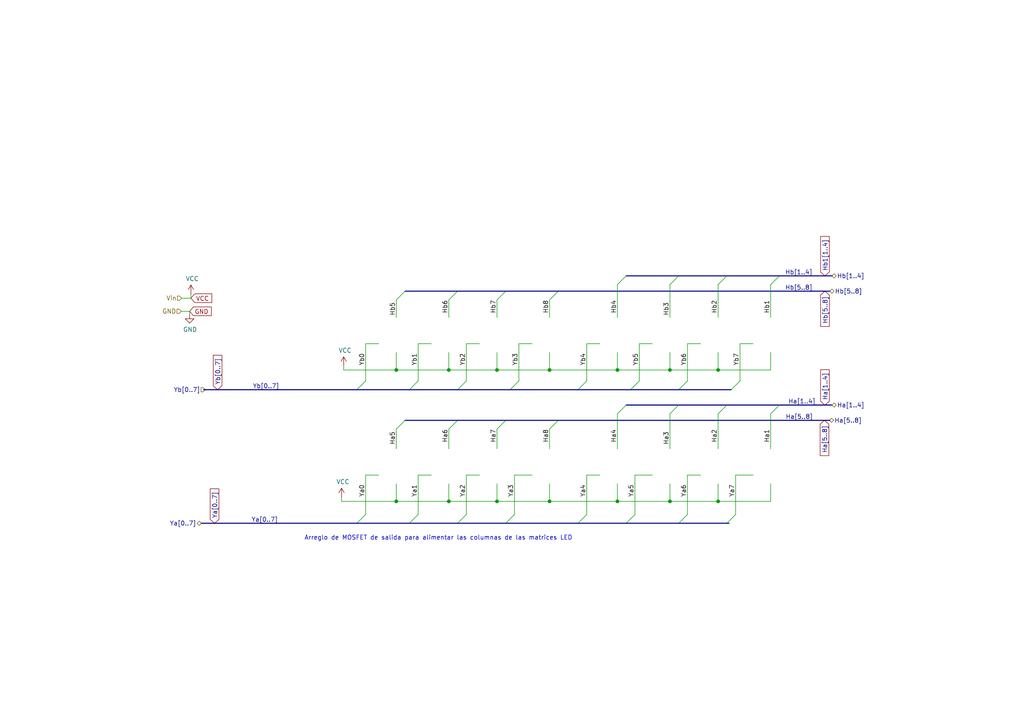
<source format=kicad_sch>
(kicad_sch (version 20211123) (generator eeschema)
  (paper "A4")
  (lib_symbols
    (symbol "power:GND" (power) (pin_names (offset 0))
      (property "Value" "GND" (at 0 -3.81 0))
      (symbol "GND_0_1"
        (polyline (pts (xy 0 0) (xy 0 -1.27) (xy 1.27 -1.27) (xy 0 -2.54) (xy -1.27 -1.27) (xy 0 -1.27)))
      )
      (symbol "GND_1_1"
        (pin power_in line (at 0 0 270) (length 0) hide (name "GND") (number "1"))
      )
    )
    (symbol "power:VCC" (power) (pin_names (offset 0))
      (property "Value" "VCC" (at 0 3.81 0))
      (symbol "VCC_0_1"
        (polyline (pts (xy -0.762 1.27) (xy 0 2.54)))
        (polyline (pts (xy 0 0) (xy 0 2.54)))
        (polyline (pts (xy 0 2.54) (xy 0.762 1.27)))
      )
      (symbol "VCC_1_1"
        (pin power_in line (at 0 0 90) (length 0) hide (name "VCC") (number "1"))
      )
    )
  )
  (junction (at 159.385 145.415))
  (junction (at 144.145 107.315))
  (junction (at 130.175 145.415))
  (junction (at 159.385 107.315))
  (junction (at 179.07 145.415))
  (junction (at 114.935 107.315))
  (junction (at 114.935 145.415))
  (junction (at 144.145 145.415))
  (junction (at 208.28 107.315))
  (junction (at 130.175 107.315))
  (junction (at 194.31 145.415))
  (junction (at 208.28 145.415))
  (junction (at 194.31 107.315))
  (junction (at 179.07 107.315))
  (bus_entry (at 103.505 113.03) (size 2.54 -2.54))
  (bus_entry (at 147.955 113.03) (size 2.54 -2.54))
  (bus_entry (at 167.64 113.03) (size 2.54 -2.54))
  (bus_entry (at 132.715 113.03) (size 2.54 -2.54))
  (bus_entry (at 132.715 151.765) (size 2.54 -2.54))
  (bus_entry (at 208.28 120.015) (size 2.54 -2.54))
  (bus_entry (at 194.31 120.015) (size 2.54 -2.54))
  (bus_entry (at 130.175 86.995) (size 2.54 -2.54))
  (bus_entry (at 159.385 86.995) (size 2.54 -2.54))
  (bus_entry (at 181.61 151.765) (size 2.54 -2.54))
  (bus_entry (at 196.85 113.03) (size 2.54 -2.54))
  (bus_entry (at 144.145 124.46) (size 2.54 -2.54))
  (bus_entry (at 179.07 82.55) (size 2.54 -2.54))
  (bus_entry (at 130.175 124.46) (size 2.54 -2.54))
  (bus_entry (at 223.52 82.55) (size 2.54 -2.54))
  (bus_entry (at 179.07 120.015) (size 2.54 -2.54))
  (bus_entry (at 118.745 113.03) (size 2.54 -2.54))
  (bus_entry (at 223.52 120.015) (size 2.54 -2.54))
  (bus_entry (at 210.82 151.765) (size 2.54 -2.54))
  (bus_entry (at 194.31 82.55) (size 2.54 -2.54))
  (bus_entry (at 212.09 113.03) (size 2.54 -2.54))
  (bus_entry (at 208.28 82.55) (size 2.54 -2.54))
  (bus_entry (at 146.685 151.765) (size 2.54 -2.54))
  (bus_entry (at 196.85 151.765) (size 2.54 -2.54))
  (bus_entry (at 182.88 113.03) (size 2.54 -2.54))
  (bus_entry (at 114.935 124.46) (size 2.54 -2.54))
  (bus_entry (at 114.935 86.995) (size 2.54 -2.54))
  (bus_entry (at 167.64 151.765) (size 2.54 -2.54))
  (bus_entry (at 103.505 151.765) (size 2.54 -2.54))
  (bus_entry (at 118.745 151.765) (size 2.54 -2.54))
  (bus_entry (at 144.145 86.995) (size 2.54 -2.54))
  (bus_entry (at 159.385 124.46) (size 2.54 -2.54))
  (wire (pts (xy 203.2 137.795) (xy 199.39 137.795)))
  (wire (pts (xy 218.44 99.695) (xy 214.63 99.695)))
  (wire (pts (xy 170.18 99.695) (xy 170.18 110.49)))
  (wire (pts (xy 125.095 99.695) (xy 121.285 99.695)))
  (bus (pts (xy 103.505 151.765) (xy 118.745 151.765)))
  (wire (pts (xy 179.07 107.315) (xy 194.31 107.315)))
  (wire (pts (xy 121.285 137.795) (xy 121.285 149.225)))
  (wire (pts (xy 135.255 137.795) (xy 135.255 149.225)))
  (bus (pts (xy 181.61 117.475) (xy 196.85 117.475)))
  (wire (pts (xy 54.991 90.297) (xy 54.991 91.186)))
  (wire (pts (xy 159.385 140.335) (xy 159.385 145.415)))
  (wire (pts (xy 194.31 140.335) (xy 194.31 145.415)))
  (wire (pts (xy 189.23 99.695) (xy 185.42 99.695)))
  (bus (pts (xy 196.85 151.765) (xy 210.82 151.765)))
  (bus (pts (xy 226.06 80.01) (xy 241.3 80.01)))
  (wire (pts (xy 208.28 92.075) (xy 208.28 82.55)))
  (wire (pts (xy 194.31 120.015) (xy 194.31 130.175)))
  (bus (pts (xy 210.82 117.475) (xy 226.06 117.475)))
  (wire (pts (xy 159.385 145.415) (xy 179.07 145.415)))
  (wire (pts (xy 159.385 102.235) (xy 159.385 107.315)))
  (wire (pts (xy 213.36 137.795) (xy 213.36 149.225)))
  (wire (pts (xy 218.44 137.795) (xy 213.36 137.795)))
  (wire (pts (xy 223.52 102.235) (xy 223.52 107.315)))
  (wire (pts (xy 130.175 140.335) (xy 130.175 145.415)))
  (wire (pts (xy 130.175 124.46) (xy 130.175 130.175)))
  (bus (pts (xy 58.42 151.765) (xy 103.505 151.765)))
  (wire (pts (xy 159.385 86.995) (xy 159.385 92.075)))
  (bus (pts (xy 146.685 121.92) (xy 161.925 121.92)))
  (bus (pts (xy 196.85 113.03) (xy 212.09 113.03)))
  (wire (pts (xy 184.15 137.795) (xy 184.15 149.225)))
  (wire (pts (xy 194.31 107.315) (xy 208.28 107.315)))
  (wire (pts (xy 144.145 140.335) (xy 144.145 145.415)))
  (wire (pts (xy 144.145 107.315) (xy 159.385 107.315)))
  (wire (pts (xy 149.225 137.795) (xy 149.225 149.225)))
  (wire (pts (xy 114.935 124.46) (xy 114.935 130.175)))
  (bus (pts (xy 210.82 80.01) (xy 226.06 80.01)))
  (wire (pts (xy 179.07 145.415) (xy 194.31 145.415)))
  (wire (pts (xy 135.255 99.695) (xy 135.255 110.49)))
  (bus (pts (xy 118.745 151.765) (xy 132.715 151.765)))
  (wire (pts (xy 109.855 137.795) (xy 106.045 137.795)))
  (wire (pts (xy 194.31 92.075) (xy 194.31 82.55)))
  (wire (pts (xy 99.06 145.415) (xy 114.935 145.415)))
  (bus (pts (xy 147.955 113.03) (xy 167.64 113.03)))
  (wire (pts (xy 189.23 137.795) (xy 184.15 137.795)))
  (wire (pts (xy 208.28 102.235) (xy 208.28 107.315)))
  (wire (pts (xy 179.07 102.235) (xy 179.07 107.315)))
  (wire (pts (xy 52.578 90.297) (xy 54.991 90.297)))
  (wire (pts (xy 130.175 86.995) (xy 130.175 92.075)))
  (wire (pts (xy 106.045 99.695) (xy 106.045 110.49)))
  (wire (pts (xy 114.935 140.335) (xy 114.935 145.415)))
  (wire (pts (xy 99.695 107.315) (xy 114.935 107.315)))
  (wire (pts (xy 114.935 107.315) (xy 130.175 107.315)))
  (wire (pts (xy 125.095 137.795) (xy 121.285 137.795)))
  (bus (pts (xy 118.745 113.03) (xy 132.715 113.03)))
  (wire (pts (xy 179.07 140.335) (xy 179.07 145.415)))
  (bus (pts (xy 132.715 84.455) (xy 146.685 84.455)))
  (wire (pts (xy 114.935 102.235) (xy 114.935 107.315)))
  (wire (pts (xy 208.28 120.015) (xy 208.28 130.175)))
  (wire (pts (xy 144.145 86.995) (xy 144.145 92.075)))
  (wire (pts (xy 99.06 144.145) (xy 99.06 145.415)))
  (wire (pts (xy 199.39 137.795) (xy 199.39 149.225)))
  (wire (pts (xy 139.065 99.695) (xy 135.255 99.695)))
  (wire (pts (xy 203.2 99.695) (xy 199.39 99.695)))
  (bus (pts (xy 161.925 84.455) (xy 240.665 84.455)))
  (wire (pts (xy 208.28 107.315) (xy 223.52 107.315)))
  (bus (pts (xy 182.88 113.03) (xy 196.85 113.03)))
  (bus (pts (xy 167.64 151.765) (xy 181.61 151.765)))
  (wire (pts (xy 121.285 99.695) (xy 121.285 110.49)))
  (wire (pts (xy 52.705 86.487) (xy 55.372 86.487)))
  (bus (pts (xy 132.715 151.765) (xy 146.685 151.765)))
  (wire (pts (xy 144.145 102.235) (xy 144.145 107.315)))
  (bus (pts (xy 181.61 151.765) (xy 196.85 151.765)))
  (wire (pts (xy 179.07 92.075) (xy 179.07 82.55)))
  (wire (pts (xy 173.99 99.695) (xy 170.18 99.695)))
  (wire (pts (xy 223.52 92.075) (xy 223.52 82.55)))
  (bus (pts (xy 196.85 117.475) (xy 210.82 117.475)))
  (bus (pts (xy 181.61 80.01) (xy 196.85 80.01)))
  (wire (pts (xy 114.935 145.415) (xy 130.175 145.415)))
  (wire (pts (xy 106.045 137.795) (xy 106.045 149.225)))
  (bus (pts (xy 117.475 121.92) (xy 132.715 121.92)))
  (wire (pts (xy 159.385 124.46) (xy 159.385 130.175)))
  (wire (pts (xy 130.175 107.315) (xy 144.145 107.315)))
  (wire (pts (xy 223.52 120.015) (xy 223.52 130.175)))
  (wire (pts (xy 139.065 137.795) (xy 135.255 137.795)))
  (wire (pts (xy 199.39 99.695) (xy 199.39 110.49)))
  (wire (pts (xy 179.07 120.015) (xy 179.07 130.175)))
  (wire (pts (xy 173.99 137.795) (xy 170.18 137.795)))
  (bus (pts (xy 103.505 113.03) (xy 118.745 113.03)))
  (wire (pts (xy 223.52 140.335) (xy 223.52 145.415)))
  (bus (pts (xy 132.715 113.03) (xy 147.955 113.03)))
  (wire (pts (xy 194.31 102.235) (xy 194.31 107.315)))
  (wire (pts (xy 114.935 86.995) (xy 114.935 92.075)))
  (wire (pts (xy 144.145 145.415) (xy 159.385 145.415)))
  (wire (pts (xy 170.18 137.795) (xy 170.18 149.225)))
  (wire (pts (xy 185.42 99.695) (xy 185.42 110.49)))
  (wire (pts (xy 208.28 140.335) (xy 208.28 145.415)))
  (wire (pts (xy 130.175 102.235) (xy 130.175 107.315)))
  (bus (pts (xy 196.85 80.01) (xy 210.82 80.01)))
  (bus (pts (xy 132.715 121.92) (xy 146.685 121.92)))
  (bus (pts (xy 146.685 84.455) (xy 161.925 84.455)))
  (bus (pts (xy 59.055 113.03) (xy 103.505 113.03)))
  (wire (pts (xy 144.145 124.46) (xy 144.145 130.175)))
  (wire (pts (xy 208.28 145.415) (xy 223.52 145.415)))
  (wire (pts (xy 150.495 99.695) (xy 150.495 110.49)))
  (wire (pts (xy 150.495 99.695) (xy 154.305 99.695)))
  (wire (pts (xy 99.695 106.045) (xy 99.695 107.315)))
  (wire (pts (xy 109.855 99.695) (xy 106.045 99.695)))
  (wire (pts (xy 55.372 86.487) (xy 55.372 85.217)))
  (wire (pts (xy 194.31 145.415) (xy 208.28 145.415)))
  (wire (pts (xy 154.305 137.795) (xy 149.225 137.795)))
  (bus (pts (xy 226.06 117.475) (xy 241.3 117.475)))
  (wire (pts (xy 130.175 145.415) (xy 144.145 145.415)))
  (bus (pts (xy 117.475 84.455) (xy 132.715 84.455)))
  (bus (pts (xy 210.82 151.765) (xy 211.455 151.765)))
  (bus (pts (xy 146.685 151.765) (xy 167.64 151.765)))
  (bus (pts (xy 161.925 121.92) (xy 240.665 121.92)))
  (wire (pts (xy 159.385 107.315) (xy 179.07 107.315)))
  (bus (pts (xy 167.64 113.03) (xy 182.88 113.03)))
  (wire (pts (xy 214.63 99.695) (xy 214.63 110.49)))
  (text "Arreglo de MOSFET de salida para alimentar las columnas de las matrices LED\n" (at 88.265 156.845 0) (effects (font (size 1.27 1.27)) (justify left bottom)))
  (label "Yb5" (at 185.42 106.045 90))
  (label "Yb3" (at 150.495 106.045 90))
  (label "Yb1" (at 121.285 106.045 90))
  (label "Ya[0..7]" (at 72.898 151.765 0))
  (label "Ya7" (at 213.36 144.145 90))
  (label "Ya4" (at 170.18 144.145 90))
  (label "Ya2" (at 135.255 144.145 90))
  (label "Hb1" (at 223.52 86.995 270))
  (label "Hb7" (at 144.145 86.995 270))
  (label "Ha6" (at 130.175 124.46 270))
  (label "Hb[1..4]" (at 227.711 80.01 0))
  (label "Hb6" (at 130.175 86.995 270))
  (label "Ha[1..4]" (at 228.6 117.475 0))
  (label "Yb4" (at 170.18 106.045 90))
  (label "Yb0" (at 106.045 106.045 90))
  (label "Ha1" (at 223.52 124.46 270))
  (label "Yb7" (at 214.63 106.045 90))
  (label "Yb6" (at 199.39 106.045 90))
  (label "Hb[5..8]" (at 227.711 84.455 0))
  (label "Ya0" (at 106.045 144.145 90))
  (label "Hb2" (at 208.28 86.995 270))
  (label "Yb2" (at 135.255 106.045 90))
  (label "Hb4" (at 179.07 86.995 270))
  (label "Yb[0..7]" (at 73.279 113.03 0))
  (label "Ha4" (at 179.07 124.46 270))
  (label "Ya6" (at 199.39 144.145 90))
  (label "Ya5" (at 184.15 144.145 90))
  (label "Ya1" (at 121.285 144.145 90))
  (label "Ha[5..8]" (at 227.838 121.92 0))
  (label "Hb5" (at 114.935 87.63 270))
  (label "Ha5" (at 114.935 125.095 270))
  (label "Ha3" (at 194.31 125.095 270))
  (label "Hb8" (at 159.385 86.995 270))
  (label "Ha7" (at 144.145 124.46 270))
  (label "Ha8" (at 159.385 124.46 270))
  (label "Ha2" (at 208.28 124.46 270))
  (label "Ya3" (at 149.225 144.145 90))
  (label "Hb3" (at 194.31 87.63 270))
  (global_label "Hb1[1..4]" (shape input) (at 239.268 80.01 90) (property "Intersheet References" "${INTERSHEET_REFS}" (effects hide)))
  (global_label "GND" (shape input) (at 54.991 90.297 0) (property "Intersheet References" "${INTERSHEET_REFS}" (effects hide)))
  (global_label "VCC" (shape input) (at 55.372 86.487 0) (property "Intersheet References" "${INTERSHEET_REFS}" (effects hide)))
  (global_label "Ha[5..8]" (shape input) (at 239.141 121.92 270) (property "Intersheet References" "${INTERSHEET_REFS}" (effects hide)))
  (global_label "Ya[0..7]" (shape input) (at 62.23 151.765 90) (property "Intersheet References" "${INTERSHEET_REFS}" (effects hide)))
  (global_label "Hb[5..8]" (shape input) (at 239.268 84.455 270) (property "Intersheet References" "${INTERSHEET_REFS}" (effects hide)))
  (global_label "Yb[0..7]" (shape input) (at 63.119 113.03 90) (property "Intersheet References" "${INTERSHEET_REFS}" (effects hide)))
  (global_label "Ha[1..4]" (shape input) (at 239.268 117.475 90) (property "Intersheet References" "${INTERSHEET_REFS}" (effects hide)))
  (hierarchical_label "GND" (shape input) (at 52.578 90.297 180))
  (hierarchical_label "Yb[0..7]" (shape input) (at 59.563 113.03 180))
  (hierarchical_label "Ha[1..4]" (shape bidirectional) (at 241.3 117.475 0))
  (hierarchical_label "Hb[1..4]" (shape bidirectional) (at 241.3 80.01 0))
  (hierarchical_label "Vin" (shape input) (at 52.705 86.487 180))
  (hierarchical_label "Ha[5..8]" (shape bidirectional) (at 240.538 121.92 0))
  (hierarchical_label "Ya[0..7]" (shape bidirectional) (at 58.42 151.765 180))
  (hierarchical_label "Hb[5..8]" (shape bidirectional) (at 240.665 84.455 0))
  (symbol (lib_id "driverDisplayLED-rescue:FDS4953-FDS4953") (at 176.53 97.155 0) (mirror x)
    (property "Reference" "Q5" (at 171.45 97.155 0) (effects (justify left)))
    (property "Value" "FDS4953" (at 173.99 86.995 90) (effects (justify left)))
    (property "Footprint" "FDS4953:SOIC127P600X175-8N" (effects hide))
    (property "Datasheet" "3.9" (effects hide))
    (property "Field5" "3.8" (effects hide))
    (property "Field6" "0.42" (effects hide))
    (property "Field8" "1.75mm" (effects hide))
    (property "Field9" "1.27" (effects hide))
    (property "Field10" "0.0" (effects hide))
    (property "Field11" "1.75" (effects hide))
    (property "Field12" "6.2" (effects hide))
    (property "Field16" "0.0" (effects hide))
    (property "Field17" "0.51" (effects hide))
    (property "Field18" "1.75" (effects hide))
    (property "Field23" "1.27" (effects hide))
    (property "Field24" "0.33" (effects hide))
    (property "Field26" "4.8" (effects hide))
    (property "Field27" "0.835" (effects hide))
    (property "Field29" "0.4" (effects hide))
    (property "Field31" "4.9" (effects hide))
    (property "Field32" "0.1" (effects hide))
    (property "Field33" "IPC 7351B" (effects hide))
    (property "Field34" "ON Semiconductor" (effects hide))
    (property "Field35" "8.0" (effects hide))
    (property "Field36" "5.0" (effects hide))
    (property "Field40" "4.0" (effects hide))
    (property "Field41" "1.75" (effects hide))
    (property "Field42" "6.0" (effects hide))
    (property "Field43" "5.8" (effects hide))
    (property "CodigoCatalogo" "FDS4953TR-ND - Tape & Reel (TR)" (effects hide))
  )
  (symbol (lib_id "driverDisplayLED-rescue:FDS4953-FDS4953") (at 191.77 97.155 0) (mirror x)
    (property "Reference" "Q5" (at 186.69 97.155 0) (effects (justify left)))
    (property "Value" "FDS4953" (at 189.23 86.995 90) (effects (justify left)))
    (property "Footprint" "FDS4953:SOIC127P600X175-8N" (effects hide))
    (property "Datasheet" "3.9" (effects hide))
    (property "Field5" "3.8" (effects hide))
    (property "Field6" "0.42" (effects hide))
    (property "Field8" "1.75mm" (effects hide))
    (property "Field9" "1.27" (effects hide))
    (property "Field10" "0.0" (effects hide))
    (property "Field11" "1.75" (effects hide))
    (property "Field12" "6.2" (effects hide))
    (property "Field16" "0.0" (effects hide))
    (property "Field17" "0.51" (effects hide))
    (property "Field18" "1.75" (effects hide))
    (property "Field23" "1.27" (effects hide))
    (property "Field24" "0.33" (effects hide))
    (property "Field26" "4.8" (effects hide))
    (property "Field27" "0.835" (effects hide))
    (property "Field29" "0.4" (effects hide))
    (property "Field31" "4.9" (effects hide))
    (property "Field32" "0.1" (effects hide))
    (property "Field33" "IPC 7351B" (effects hide))
    (property "Field34" "ON Semiconductor" (effects hide))
    (property "Field35" "8.0" (effects hide))
    (property "Field36" "5.0" (effects hide))
    (property "Field40" "4.0" (effects hide))
    (property "Field41" "1.75" (effects hide))
    (property "Field42" "6.0" (effects hide))
    (property "Field43" "5.8" (effects hide))
    (property "CodigoCatalogo" "FDS4953TR-ND - Tape & Reel (TR)" (effects hide))
  )
  (symbol (lib_id "driverDisplayLED-rescue:FDS4953-FDS4953") (at 205.74 97.155 0) (mirror x)
    (property "Reference" "Q7" (at 200.66 97.155 0) (effects (justify left)))
    (property "Value" "FDS4953" (at 203.2 86.995 90) (effects (justify left)))
    (property "Footprint" "FDS4953:SOIC127P600X175-8N" (effects hide))
    (property "Datasheet" "3.9" (effects hide))
    (property "Field5" "3.8" (effects hide))
    (property "Field6" "0.42" (effects hide))
    (property "Field8" "1.75mm" (effects hide))
    (property "Field9" "1.27" (effects hide))
    (property "Field10" "0.0" (effects hide))
    (property "Field11" "1.75" (effects hide))
    (property "Field12" "6.2" (effects hide))
    (property "Field16" "0.0" (effects hide))
    (property "Field17" "0.51" (effects hide))
    (property "Field18" "1.75" (effects hide))
    (property "Field23" "1.27" (effects hide))
    (property "Field24" "0.33" (effects hide))
    (property "Field26" "4.8" (effects hide))
    (property "Field27" "0.835" (effects hide))
    (property "Field29" "0.4" (effects hide))
    (property "Field31" "4.9" (effects hide))
    (property "Field32" "0.1" (effects hide))
    (property "Field33" "IPC 7351B" (effects hide))
    (property "Field34" "ON Semiconductor" (effects hide))
    (property "Field35" "8.0" (effects hide))
    (property "Field36" "5.0" (effects hide))
    (property "Field40" "4.0" (effects hide))
    (property "Field41" "1.75" (effects hide))
    (property "Field42" "6.0" (effects hide))
    (property "Field43" "5.8" (effects hide))
    (property "CodigoCatalogo" "FDS4953TR-ND - Tape & Reel (TR)" (effects hide))
  )
  (symbol (lib_id "driverDisplayLED-rescue:FDS4953-FDS4953") (at 220.98 97.155 0) (mirror x)
    (property "Reference" "Q7" (at 215.9 97.155 0) (effects (justify left)))
    (property "Value" "FDS4953" (at 218.44 86.995 90) (effects (justify left)))
    (property "Footprint" "FDS4953:SOIC127P600X175-8N" (effects hide))
    (property "Datasheet" "3.9" (effects hide))
    (property "Field5" "3.8" (effects hide))
    (property "Field6" "0.42" (effects hide))
    (property "Field8" "1.75mm" (effects hide))
    (property "Field9" "1.27" (effects hide))
    (property "Field10" "0.0" (effects hide))
    (property "Field11" "1.75" (effects hide))
    (property "Field12" "6.2" (effects hide))
    (property "Field16" "0.0" (effects hide))
    (property "Field17" "0.51" (effects hide))
    (property "Field18" "1.75" (effects hide))
    (property "Field23" "1.27" (effects hide))
    (property "Field24" "0.33" (effects hide))
    (property "Field26" "4.8" (effects hide))
    (property "Field27" "0.835" (effects hide))
    (property "Field29" "0.4" (effects hide))
    (property "Field31" "4.9" (effects hide))
    (property "Field32" "0.1" (effects hide))
    (property "Field33" "IPC 7351B" (effects hide))
    (property "Field34" "ON Semiconductor" (effects hide))
    (property "Field35" "8.0" (effects hide))
    (property "Field36" "5.0" (effects hide))
    (property "Field40" "4.0" (effects hide))
    (property "Field41" "1.75" (effects hide))
    (property "Field42" "6.0" (effects hide))
    (property "Field43" "5.8" (effects hide))
    (property "CodigoCatalogo" "FDS4953TR-ND - Tape & Reel (TR)" (effects hide))
  )
  (symbol (lib_id "driverDisplayLED-rescue:FDS4953-FDS4953") (at 141.605 97.155 0) (mirror x)
    (property "Reference" "Q3" (at 136.525 97.155 0) (effects (justify left)))
    (property "Value" "FDS4953" (at 139.065 86.995 90) (effects (justify left)))
    (property "Footprint" "FDS4953:SOIC127P600X175-8N" (effects hide))
    (property "Datasheet" "3.9" (effects hide))
    (property "Field5" "3.8" (effects hide))
    (property "Field6" "0.42" (effects hide))
    (property "Field8" "1.75mm" (effects hide))
    (property "Field9" "1.27" (effects hide))
    (property "Field10" "0.0" (effects hide))
    (property "Field11" "1.75" (effects hide))
    (property "Field12" "6.2" (effects hide))
    (property "Field16" "0.0" (effects hide))
    (property "Field17" "0.51" (effects hide))
    (property "Field18" "1.75" (effects hide))
    (property "Field23" "1.27" (effects hide))
    (property "Field24" "0.33" (effects hide))
    (property "Field26" "4.8" (effects hide))
    (property "Field27" "0.835" (effects hide))
    (property "Field29" "0.4" (effects hide))
    (property "Field31" "4.9" (effects hide))
    (property "Field32" "0.1" (effects hide))
    (property "Field33" "IPC 7351B" (effects hide))
    (property "Field34" "ON Semiconductor" (effects hide))
    (property "Field35" "8.0" (effects hide))
    (property "Field36" "5.0" (effects hide))
    (property "Field40" "4.0" (effects hide))
    (property "Field41" "1.75" (effects hide))
    (property "Field42" "6.0" (effects hide))
    (property "Field43" "5.8" (effects hide))
    (property "CodigoCatalogo" "FDS4953TR-ND - Tape & Reel (TR)" (effects hide))
  )
  (symbol (lib_id "driverDisplayLED-rescue:FDS4953-FDS4953") (at 156.845 97.155 0) (mirror x)
    (property "Reference" "Q3" (at 151.765 97.155 0) (effects (justify left)))
    (property "Value" "FDS4953" (at 154.305 86.995 90) (effects (justify left)))
    (property "Footprint" "FDS4953:SOIC127P600X175-8N" (effects hide))
    (property "Datasheet" "3.9" (effects hide))
    (property "Field5" "3.8" (effects hide))
    (property "Field6" "0.42" (effects hide))
    (property "Field8" "1.75mm" (effects hide))
    (property "Field9" "1.27" (effects hide))
    (property "Field10" "0.0" (effects hide))
    (property "Field11" "1.75" (effects hide))
    (property "Field12" "6.2" (effects hide))
    (property "Field16" "0.0" (effects hide))
    (property "Field17" "0.51" (effects hide))
    (property "Field18" "1.75" (effects hide))
    (property "Field23" "1.27" (effects hide))
    (property "Field24" "0.33" (effects hide))
    (property "Field26" "4.8" (effects hide))
    (property "Field27" "0.835" (effects hide))
    (property "Field29" "0.4" (effects hide))
    (property "Field31" "4.9" (effects hide))
    (property "Field32" "0.1" (effects hide))
    (property "Field33" "IPC 7351B" (effects hide))
    (property "Field34" "ON Semiconductor" (effects hide))
    (property "Field35" "8.0" (effects hide))
    (property "Field36" "5.0" (effects hide))
    (property "Field40" "4.0" (effects hide))
    (property "Field41" "1.75" (effects hide))
    (property "Field42" "6.0" (effects hide))
    (property "Field43" "5.8" (effects hide))
    (property "CodigoCatalogo" "FDS4953TR-ND - Tape & Reel (TR)" (effects hide))
  )
  (symbol (lib_id "driverDisplayLED-rescue:FDS4953-FDS4953") (at 127.635 97.155 0) (mirror x)
    (property "Reference" "Q1" (at 122.555 97.155 0) (effects (justify left)))
    (property "Value" "FDS4953" (at 125.095 86.995 90) (effects (justify left)))
    (property "Footprint" "FDS4953:SOIC127P600X175-8N" (effects hide))
    (property "Datasheet" "3.9" (effects hide))
    (property "Field5" "3.8" (effects hide))
    (property "Field6" "0.42" (effects hide))
    (property "Field8" "1.75mm" (effects hide))
    (property "Field9" "1.27" (effects hide))
    (property "Field10" "0.0" (effects hide))
    (property "Field11" "1.75" (effects hide))
    (property "Field12" "6.2" (effects hide))
    (property "Field16" "0.0" (effects hide))
    (property "Field17" "0.51" (effects hide))
    (property "Field18" "1.75" (effects hide))
    (property "Field23" "1.27" (effects hide))
    (property "Field24" "0.33" (effects hide))
    (property "Field26" "4.8" (effects hide))
    (property "Field27" "0.835" (effects hide))
    (property "Field29" "0.4" (effects hide))
    (property "Field31" "4.9" (effects hide))
    (property "Field32" "0.1" (effects hide))
    (property "Field33" "IPC 7351B" (effects hide))
    (property "Field34" "ON Semiconductor" (effects hide))
    (property "Field35" "8.0" (effects hide))
    (property "Field36" "5.0" (effects hide))
    (property "Field40" "4.0" (effects hide))
    (property "Field41" "1.75" (effects hide))
    (property "Field42" "6.0" (effects hide))
    (property "Field43" "5.8" (effects hide))
    (property "CodigoCatalogo" "FDS4953TR-ND - Tape & Reel (TR)" (effects hide))
  )
  (symbol (lib_id "driverDisplayLED-rescue:FDS4953-FDS4953") (at 112.395 97.155 0) (mirror x)
    (property "Reference" "Q1" (at 107.315 97.155 0) (effects (justify left)))
    (property "Value" "FDS4953" (at 109.855 86.995 90) (effects (justify left)))
    (property "Footprint" "FDS4953:SOIC127P600X175-8N" (effects hide))
    (property "Datasheet" "3.9" (effects hide))
    (property "Field5" "3.8" (effects hide))
    (property "Field6" "0.42" (effects hide))
    (property "Field8" "1.75mm" (effects hide))
    (property "Field9" "1.27" (effects hide))
    (property "Field10" "0.0" (effects hide))
    (property "Field11" "1.75" (effects hide))
    (property "Field12" "6.2" (effects hide))
    (property "Field16" "0.0" (effects hide))
    (property "Field17" "0.51" (effects hide))
    (property "Field18" "1.75" (effects hide))
    (property "Field23" "1.27" (effects hide))
    (property "Field24" "0.33" (effects hide))
    (property "Field26" "4.8" (effects hide))
    (property "Field27" "0.835" (effects hide))
    (property "Field29" "0.4" (effects hide))
    (property "Field31" "4.9" (effects hide))
    (property "Field32" "0.1" (effects hide))
    (property "Field33" "IPC 7351B" (effects hide))
    (property "Field34" "ON Semiconductor" (effects hide))
    (property "Field35" "8.0" (effects hide))
    (property "Field36" "5.0" (effects hide))
    (property "Field40" "4.0" (effects hide))
    (property "Field41" "1.75" (effects hide))
    (property "Field42" "6.0" (effects hide))
    (property "Field43" "5.8" (effects hide))
    (property "CodigoCatalogo" "FDS4953TR-ND - Tape & Reel (TR)" (effects hide))
  )
  (symbol (lib_id "power:VCC") (at 99.695 106.045 0)
    (property "Reference" "#PWR02" (effects hide))
    (property "Value" "VCC" (at 100.076 101.6508 0))
  )
  (symbol (lib_id "driverDisplayLED-rescue:FDS4953-FDS4953") (at 176.53 135.255 0) (mirror x)
    (property "Reference" "Q6" (at 171.45 135.255 0) (effects (justify left)))
    (property "Value" "FDS4953" (at 173.99 125.095 90) (effects (justify left)))
    (property "Footprint" "FDS4953:SOIC127P600X175-8N" (effects hide))
    (property "Datasheet" "3.9" (effects hide))
    (property "Field5" "3.8" (effects hide))
    (property "Field6" "0.42" (effects hide))
    (property "Field8" "1.75mm" (effects hide))
    (property "Field9" "1.27" (effects hide))
    (property "Field10" "0.0" (effects hide))
    (property "Field11" "1.75" (effects hide))
    (property "Field12" "6.2" (effects hide))
    (property "Field16" "0.0" (effects hide))
    (property "Field17" "0.51" (effects hide))
    (property "Field18" "1.75" (effects hide))
    (property "Field23" "1.27" (effects hide))
    (property "Field24" "0.33" (effects hide))
    (property "Field26" "4.8" (effects hide))
    (property "Field27" "0.835" (effects hide))
    (property "Field29" "0.4" (effects hide))
    (property "Field31" "4.9" (effects hide))
    (property "Field32" "0.1" (effects hide))
    (property "Field33" "IPC 7351B" (effects hide))
    (property "Field34" "ON Semiconductor" (effects hide))
    (property "Field35" "8.0" (effects hide))
    (property "Field36" "5.0" (effects hide))
    (property "Field40" "4.0" (effects hide))
    (property "Field41" "1.75" (effects hide))
    (property "Field42" "6.0" (effects hide))
    (property "Field43" "5.8" (effects hide))
    (property "CodigoCatalogo" "FDS4953TR-ND - Tape & Reel (TR)" (effects hide))
  )
  (symbol (lib_id "driverDisplayLED-rescue:FDS4953-FDS4953") (at 191.77 135.255 0) (mirror x)
    (property "Reference" "Q6" (at 186.69 135.255 0) (effects (justify left)))
    (property "Value" "FDS4953" (at 189.23 125.095 90) (effects (justify left)))
    (property "Footprint" "FDS4953:SOIC127P600X175-8N" (effects hide))
    (property "Datasheet" "3.9" (effects hide))
    (property "Field5" "3.8" (effects hide))
    (property "Field6" "0.42" (effects hide))
    (property "Field8" "1.75mm" (effects hide))
    (property "Field9" "1.27" (effects hide))
    (property "Field10" "0.0" (effects hide))
    (property "Field11" "1.75" (effects hide))
    (property "Field12" "6.2" (effects hide))
    (property "Field16" "0.0" (effects hide))
    (property "Field17" "0.51" (effects hide))
    (property "Field18" "1.75" (effects hide))
    (property "Field23" "1.27" (effects hide))
    (property "Field24" "0.33" (effects hide))
    (property "Field26" "4.8" (effects hide))
    (property "Field27" "0.835" (effects hide))
    (property "Field29" "0.4" (effects hide))
    (property "Field31" "4.9" (effects hide))
    (property "Field32" "0.1" (effects hide))
    (property "Field33" "IPC 7351B" (effects hide))
    (property "Field34" "ON Semiconductor" (effects hide))
    (property "Field35" "8.0" (effects hide))
    (property "Field36" "5.0" (effects hide))
    (property "Field40" "4.0" (effects hide))
    (property "Field41" "1.75" (effects hide))
    (property "Field42" "6.0" (effects hide))
    (property "Field43" "5.8" (effects hide))
    (property "CodigoCatalogo" "FDS4953TR-ND - Tape & Reel (TR)" (effects hide))
  )
  (symbol (lib_id "driverDisplayLED-rescue:FDS4953-FDS4953") (at 205.74 135.255 0) (mirror x)
    (property "Reference" "Q8" (at 200.66 135.255 0) (effects (justify left)))
    (property "Value" "FDS4953" (at 203.2 125.095 90) (effects (justify left)))
    (property "Footprint" "FDS4953:SOIC127P600X175-8N" (effects hide))
    (property "Datasheet" "3.9" (effects hide))
    (property "Field5" "3.8" (effects hide))
    (property "Field6" "0.42" (effects hide))
    (property "Field8" "1.75mm" (effects hide))
    (property "Field9" "1.27" (effects hide))
    (property "Field10" "0.0" (effects hide))
    (property "Field11" "1.75" (effects hide))
    (property "Field12" "6.2" (effects hide))
    (property "Field16" "0.0" (effects hide))
    (property "Field17" "0.51" (effects hide))
    (property "Field18" "1.75" (effects hide))
    (property "Field23" "1.27" (effects hide))
    (property "Field24" "0.33" (effects hide))
    (property "Field26" "4.8" (effects hide))
    (property "Field27" "0.835" (effects hide))
    (property "Field29" "0.4" (effects hide))
    (property "Field31" "4.9" (effects hide))
    (property "Field32" "0.1" (effects hide))
    (property "Field33" "IPC 7351B" (effects hide))
    (property "Field34" "ON Semiconductor" (effects hide))
    (property "Field35" "8.0" (effects hide))
    (property "Field36" "5.0" (effects hide))
    (property "Field40" "4.0" (effects hide))
    (property "Field41" "1.75" (effects hide))
    (property "Field42" "6.0" (effects hide))
    (property "Field43" "5.8" (effects hide))
    (property "CodigoCatalogo" "FDS4953TR-ND - Tape & Reel (TR)" (effects hide))
  )
  (symbol (lib_id "driverDisplayLED-rescue:FDS4953-FDS4953") (at 220.98 135.255 0) (mirror x)
    (property "Reference" "Q8" (at 215.9 135.255 0) (effects (justify left)))
    (property "Value" "FDS4953" (at 218.44 125.095 90) (effects (justify left)))
    (property "Footprint" "FDS4953:SOIC127P600X175-8N" (effects hide))
    (property "Datasheet" "3.9" (effects hide))
    (property "Field5" "3.8" (effects hide))
    (property "Field6" "0.42" (effects hide))
    (property "Field8" "1.75mm" (effects hide))
    (property "Field9" "1.27" (effects hide))
    (property "Field10" "0.0" (effects hide))
    (property "Field11" "1.75" (effects hide))
    (property "Field12" "6.2" (effects hide))
    (property "Field16" "0.0" (effects hide))
    (property "Field17" "0.51" (effects hide))
    (property "Field18" "1.75" (effects hide))
    (property "Field23" "1.27" (effects hide))
    (property "Field24" "0.33" (effects hide))
    (property "Field26" "4.8" (effects hide))
    (property "Field27" "0.835" (effects hide))
    (property "Field29" "0.4" (effects hide))
    (property "Field31" "4.9" (effects hide))
    (property "Field32" "0.1" (effects hide))
    (property "Field33" "IPC 7351B" (effects hide))
    (property "Field34" "ON Semiconductor" (effects hide))
    (property "Field35" "8.0" (effects hide))
    (property "Field36" "5.0" (effects hide))
    (property "Field40" "4.0" (effects hide))
    (property "Field41" "1.75" (effects hide))
    (property "Field42" "6.0" (effects hide))
    (property "Field43" "5.8" (effects hide))
    (property "CodigoCatalogo" "FDS4953TR-ND - Tape & Reel (TR)" (effects hide))
  )
  (symbol (lib_id "driverDisplayLED-rescue:FDS4953-FDS4953") (at 141.605 135.255 0) (mirror x)
    (property "Reference" "Q4" (at 136.525 135.255 0) (effects (justify left)))
    (property "Value" "FDS4953" (at 139.065 125.095 90) (effects (justify left)))
    (property "Footprint" "FDS4953:SOIC127P600X175-8N" (effects hide))
    (property "Datasheet" "3.9" (effects hide))
    (property "Field5" "3.8" (effects hide))
    (property "Field6" "0.42" (effects hide))
    (property "Field8" "1.75mm" (effects hide))
    (property "Field9" "1.27" (effects hide))
    (property "Field10" "0.0" (effects hide))
    (property "Field11" "1.75" (effects hide))
    (property "Field12" "6.2" (effects hide))
    (property "Field16" "0.0" (effects hide))
    (property "Field17" "0.51" (effects hide))
    (property "Field18" "1.75" (effects hide))
    (property "Field23" "1.27" (effects hide))
    (property "Field24" "0.33" (effects hide))
    (property "Field26" "4.8" (effects hide))
    (property "Field27" "0.835" (effects hide))
    (property "Field29" "0.4" (effects hide))
    (property "Field31" "4.9" (effects hide))
    (property "Field32" "0.1" (effects hide))
    (property "Field33" "IPC 7351B" (effects hide))
    (property "Field34" "ON Semiconductor" (effects hide))
    (property "Field35" "8.0" (effects hide))
    (property "Field36" "5.0" (effects hide))
    (property "Field40" "4.0" (effects hide))
    (property "Field41" "1.75" (effects hide))
    (property "Field42" "6.0" (effects hide))
    (property "Field43" "5.8" (effects hide))
    (property "CodigoCatalogo" "FDS4953TR-ND - Tape & Reel (TR)" (effects hide))
  )
  (symbol (lib_id "driverDisplayLED-rescue:FDS4953-FDS4953") (at 156.845 135.255 0) (mirror x)
    (property "Reference" "Q4" (at 151.765 135.255 0) (effects (justify left)))
    (property "Value" "FDS4953" (at 154.305 125.095 90) (effects (justify left)))
    (property "Footprint" "FDS4953:SOIC127P600X175-8N" (effects hide))
    (property "Datasheet" "3.9" (effects hide))
    (property "Field5" "3.8" (effects hide))
    (property "Field6" "0.42" (effects hide))
    (property "Field8" "1.75mm" (effects hide))
    (property "Field9" "1.27" (effects hide))
    (property "Field10" "0.0" (effects hide))
    (property "Field11" "1.75" (effects hide))
    (property "Field12" "6.2" (effects hide))
    (property "Field16" "0.0" (effects hide))
    (property "Field17" "0.51" (effects hide))
    (property "Field18" "1.75" (effects hide))
    (property "Field23" "1.27" (effects hide))
    (property "Field24" "0.33" (effects hide))
    (property "Field26" "4.8" (effects hide))
    (property "Field27" "0.835" (effects hide))
    (property "Field29" "0.4" (effects hide))
    (property "Field31" "4.9" (effects hide))
    (property "Field32" "0.1" (effects hide))
    (property "Field33" "IPC 7351B" (effects hide))
    (property "Field34" "ON Semiconductor" (effects hide))
    (property "Field35" "8.0" (effects hide))
    (property "Field36" "5.0" (effects hide))
    (property "Field40" "4.0" (effects hide))
    (property "Field41" "1.75" (effects hide))
    (property "Field42" "6.0" (effects hide))
    (property "Field43" "5.8" (effects hide))
    (property "CodigoCatalogo" "FDS4953TR-ND - Tape & Reel (TR)" (effects hide))
  )
  (symbol (lib_id "driverDisplayLED-rescue:FDS4953-FDS4953") (at 127.635 135.255 0) (mirror x)
    (property "Reference" "Q2" (at 122.555 135.255 0) (effects (justify left)))
    (property "Value" "FDS4953" (at 125.095 125.095 90) (effects (justify left)))
    (property "Footprint" "FDS4953:SOIC127P600X175-8N" (effects hide))
    (property "Datasheet" "3.9" (effects hide))
    (property "Field5" "3.8" (effects hide))
    (property "Field6" "0.42" (effects hide))
    (property "Field8" "1.75mm" (effects hide))
    (property "Field9" "1.27" (effects hide))
    (property "Field10" "0.0" (effects hide))
    (property "Field11" "1.75" (effects hide))
    (property "Field12" "6.2" (effects hide))
    (property "Field16" "0.0" (effects hide))
    (property "Field17" "0.51" (effects hide))
    (property "Field18" "1.75" (effects hide))
    (property "Field23" "1.27" (effects hide))
    (property "Field24" "0.33" (effects hide))
    (property "Field26" "4.8" (effects hide))
    (property "Field27" "0.835" (effects hide))
    (property "Field29" "0.4" (effects hide))
    (property "Field31" "4.9" (effects hide))
    (property "Field32" "0.1" (effects hide))
    (property "Field33" "IPC 7351B" (effects hide))
    (property "Field34" "ON Semiconductor" (effects hide))
    (property "Field35" "8.0" (effects hide))
    (property "Field36" "5.0" (effects hide))
    (property "Field40" "4.0" (effects hide))
    (property "Field41" "1.75" (effects hide))
    (property "Field42" "6.0" (effects hide))
    (property "Field43" "5.8" (effects hide))
    (property "CodigoCatalogo" "FDS4953TR-ND - Tape & Reel (TR)" (effects hide))
  )
  (symbol (lib_id "driverDisplayLED-rescue:FDS4953-FDS4953") (at 112.395 135.255 0) (mirror x)
    (property "Reference" "Q2" (at 107.315 135.255 0) (effects (justify left)))
    (property "Value" "FDS4953" (at 109.855 125.095 90) (effects (justify left)))
    (property "Footprint" "FDS4953:SOIC127P600X175-8N" (effects hide))
    (property "Datasheet" "3.9" (effects hide))
    (property "Field5" "3.8" (effects hide))
    (property "Field6" "0.42" (effects hide))
    (property "Field8" "1.75mm" (effects hide))
    (property "Field9" "1.27" (effects hide))
    (property "Field10" "0.0" (effects hide))
    (property "Field11" "1.75" (effects hide))
    (property "Field12" "6.2" (effects hide))
    (property "Field16" "0.0" (effects hide))
    (property "Field17" "0.51" (effects hide))
    (property "Field18" "1.75" (effects hide))
    (property "Field23" "1.27" (effects hide))
    (property "Field24" "0.33" (effects hide))
    (property "Field26" "4.8" (effects hide))
    (property "Field27" "0.835" (effects hide))
    (property "Field29" "0.4" (effects hide))
    (property "Field31" "4.9" (effects hide))
    (property "Field32" "0.1" (effects hide))
    (property "Field33" "IPC 7351B" (effects hide))
    (property "Field34" "ON Semiconductor" (effects hide))
    (property "Field35" "8.0" (effects hide))
    (property "Field36" "5.0" (effects hide))
    (property "Field40" "4.0" (effects hide))
    (property "Field41" "1.75" (effects hide))
    (property "Field42" "6.0" (effects hide))
    (property "Field43" "5.8" (effects hide))
    (property "CodigoCatalogo" "FDS4953TR-ND - Tape & Reel (TR)" (effects hide))
  )
  (symbol (lib_id "power:VCC") (at 99.06 144.145 0)
    (property "Reference" "#PWR01" (effects hide))
    (property "Value" "VCC" (at 99.441 139.7508 0))
  )
  (symbol (lib_id "power:VCC") (at 55.372 85.217 0)
    (property "Reference" "#PWR0120" (effects hide))
    (property "Value" "VCC" (at 55.753 80.8228 0))
  )
  (symbol (lib_id "power:GND") (at 54.991 91.186 0)
    (property "Reference" "#PWR0121" (effects hide))
    (property "Value" "GND" (at 55.118 95.5802 0))
  )
)
</source>
